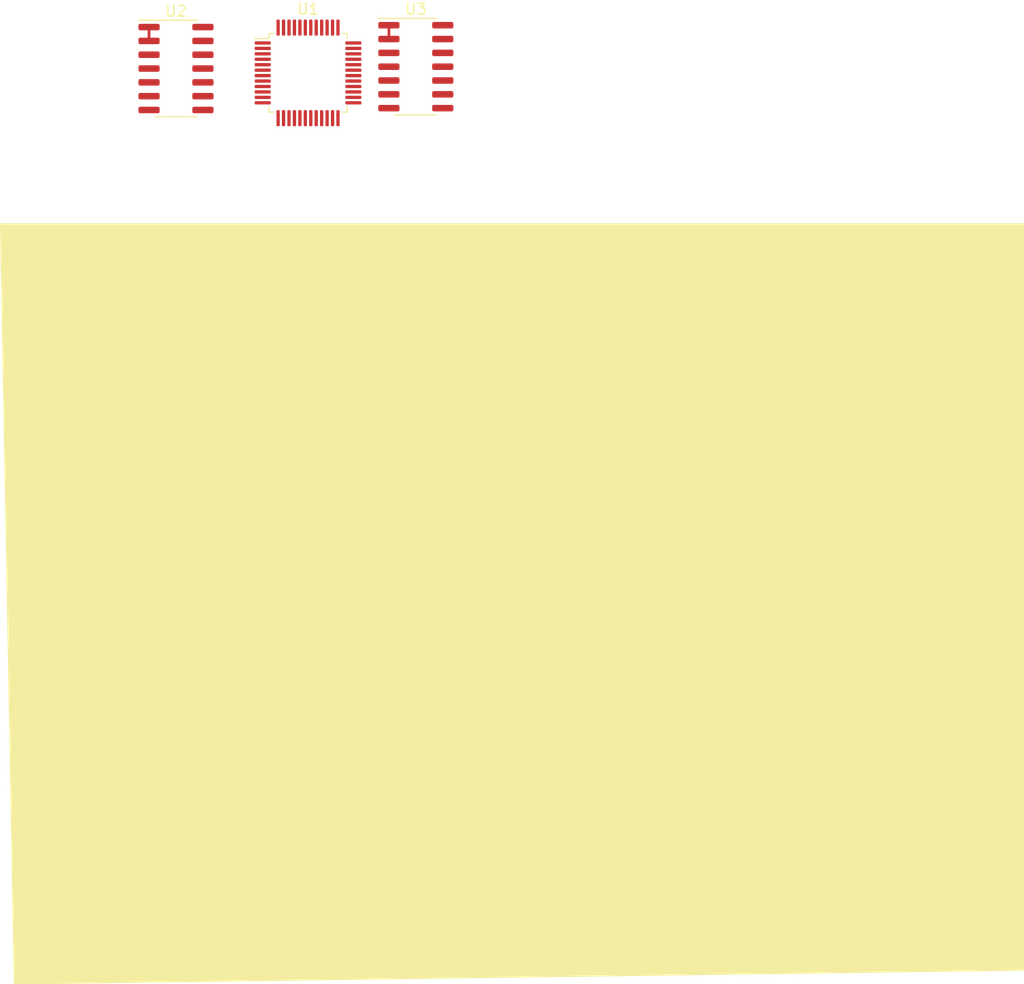
<source format=kicad_pcb>
(kicad_pcb (version 20171130) (host pcbnew "(5.1.5)-3")

  (general
    (thickness 1.6)
    (drawings 1)
    (tracks 2)
    (zones 0)
    (modules 3)
    (nets 75)
  )

  (page A4)
  (layers
    (0 F.Cu signal)
    (31 B.Cu signal)
    (32 B.Adhes user)
    (33 F.Adhes user)
    (34 B.Paste user)
    (35 F.Paste user)
    (36 B.SilkS user)
    (37 F.SilkS user)
    (38 B.Mask user)
    (39 F.Mask user)
    (40 Dwgs.User user)
    (41 Cmts.User user)
    (42 Eco1.User user)
    (43 Eco2.User user)
    (44 Edge.Cuts user)
    (45 Margin user)
    (46 B.CrtYd user)
    (47 F.CrtYd user)
    (48 B.Fab user)
    (49 F.Fab user)
  )

  (setup
    (last_trace_width 0.25)
    (trace_clearance 0.2)
    (zone_clearance 0.508)
    (zone_45_only no)
    (trace_min 0.2)
    (via_size 0.8)
    (via_drill 0.4)
    (via_min_size 0.4)
    (via_min_drill 0.3)
    (uvia_size 0.3)
    (uvia_drill 0.1)
    (uvias_allowed no)
    (uvia_min_size 0.2)
    (uvia_min_drill 0.1)
    (edge_width 0.05)
    (segment_width 0.2)
    (pcb_text_width 0.3)
    (pcb_text_size 1.5 1.5)
    (mod_edge_width 0.12)
    (mod_text_size 1 1)
    (mod_text_width 0.15)
    (pad_size 1.524 1.524)
    (pad_drill 0.762)
    (pad_to_mask_clearance 0.051)
    (solder_mask_min_width 0.25)
    (aux_axis_origin 0 0)
    (visible_elements 7FFFFFFF)
    (pcbplotparams
      (layerselection 0x010fc_ffffffff)
      (usegerberextensions false)
      (usegerberattributes false)
      (usegerberadvancedattributes false)
      (creategerberjobfile false)
      (excludeedgelayer true)
      (linewidth 0.100000)
      (plotframeref false)
      (viasonmask false)
      (mode 1)
      (useauxorigin false)
      (hpglpennumber 1)
      (hpglpenspeed 20)
      (hpglpendiameter 15.000000)
      (psnegative false)
      (psa4output false)
      (plotreference true)
      (plotvalue true)
      (plotinvisibletext false)
      (padsonsilk false)
      (subtractmaskfromsilk false)
      (outputformat 1)
      (mirror false)
      (drillshape 1)
      (scaleselection 1)
      (outputdirectory ""))
  )

  (net 0 "")
  (net 1 "Net-(U1-Pad1)")
  (net 2 "Net-(U1-Pad2)")
  (net 3 "Net-(U1-Pad3)")
  (net 4 "Net-(U1-Pad4)")
  (net 5 "Net-(U1-Pad5)")
  (net 6 "Net-(U1-Pad6)")
  (net 7 "Net-(U1-Pad7)")
  (net 8 "Net-(U1-Pad8)")
  (net 9 "Net-(U1-Pad9)")
  (net 10 "Net-(U1-Pad10)")
  (net 11 "Net-(U1-Pad11)")
  (net 12 "Net-(U1-Pad12)")
  (net 13 "Net-(U1-Pad13)")
  (net 14 "Net-(U1-Pad14)")
  (net 15 "Net-(U1-Pad15)")
  (net 16 "Net-(U1-Pad16)")
  (net 17 "Net-(U1-Pad17)")
  (net 18 "Net-(U1-Pad18)")
  (net 19 "Net-(U1-Pad19)")
  (net 20 "Net-(U1-Pad20)")
  (net 21 "Net-(U1-Pad21)")
  (net 22 "Net-(U1-Pad22)")
  (net 23 "Net-(U1-Pad23)")
  (net 24 "Net-(U1-Pad24)")
  (net 25 "Net-(U1-Pad25)")
  (net 26 "Net-(U1-Pad26)")
  (net 27 "Net-(U1-Pad27)")
  (net 28 "Net-(U1-Pad28)")
  (net 29 "Net-(U1-Pad29)")
  (net 30 "Net-(U1-Pad30)")
  (net 31 "Net-(U1-Pad31)")
  (net 32 "Net-(U1-Pad32)")
  (net 33 "Net-(U1-Pad33)")
  (net 34 "Net-(U1-Pad34)")
  (net 35 "Net-(U1-Pad35)")
  (net 36 "Net-(U1-Pad36)")
  (net 37 "Net-(U1-Pad37)")
  (net 38 "Net-(U1-Pad38)")
  (net 39 "Net-(U1-Pad39)")
  (net 40 "Net-(U1-Pad40)")
  (net 41 "Net-(U1-Pad41)")
  (net 42 "Net-(U1-Pad42)")
  (net 43 "Net-(U1-Pad43)")
  (net 44 "Net-(U1-Pad44)")
  (net 45 "Net-(U1-Pad45)")
  (net 46 "Net-(U1-Pad46)")
  (net 47 "Net-(U1-Pad47)")
  (net 48 "Net-(U1-Pad48)")
  (net 49 "Net-(U2-Pad1)")
  (net 50 "Net-(U2-Pad3)")
  (net 51 "Net-(U2-Pad4)")
  (net 52 "Net-(U2-Pad5)")
  (net 53 "Net-(U2-Pad6)")
  (net 54 "Net-(U2-Pad7)")
  (net 55 "Net-(U2-Pad8)")
  (net 56 "Net-(U2-Pad9)")
  (net 57 "Net-(U2-Pad10)")
  (net 58 "Net-(U2-Pad11)")
  (net 59 "Net-(U2-Pad12)")
  (net 60 "Net-(U2-Pad13)")
  (net 61 "Net-(U2-Pad14)")
  (net 62 "Net-(U3-Pad1)")
  (net 63 "Net-(U3-Pad3)")
  (net 64 "Net-(U3-Pad4)")
  (net 65 "Net-(U3-Pad5)")
  (net 66 "Net-(U3-Pad6)")
  (net 67 "Net-(U3-Pad7)")
  (net 68 "Net-(U3-Pad8)")
  (net 69 "Net-(U3-Pad9)")
  (net 70 "Net-(U3-Pad10)")
  (net 71 "Net-(U3-Pad11)")
  (net 72 "Net-(U3-Pad12)")
  (net 73 "Net-(U3-Pad13)")
  (net 74 "Net-(U3-Pad14)")

  (net_class Default "Это класс цепей по умолчанию."
    (clearance 0.2)
    (trace_width 0.25)
    (via_dia 0.8)
    (via_drill 0.4)
    (uvia_dia 0.3)
    (uvia_drill 0.1)
    (add_net "Net-(U1-Pad1)")
    (add_net "Net-(U1-Pad10)")
    (add_net "Net-(U1-Pad11)")
    (add_net "Net-(U1-Pad12)")
    (add_net "Net-(U1-Pad13)")
    (add_net "Net-(U1-Pad14)")
    (add_net "Net-(U1-Pad15)")
    (add_net "Net-(U1-Pad16)")
    (add_net "Net-(U1-Pad17)")
    (add_net "Net-(U1-Pad18)")
    (add_net "Net-(U1-Pad19)")
    (add_net "Net-(U1-Pad2)")
    (add_net "Net-(U1-Pad20)")
    (add_net "Net-(U1-Pad21)")
    (add_net "Net-(U1-Pad22)")
    (add_net "Net-(U1-Pad23)")
    (add_net "Net-(U1-Pad24)")
    (add_net "Net-(U1-Pad25)")
    (add_net "Net-(U1-Pad26)")
    (add_net "Net-(U1-Pad27)")
    (add_net "Net-(U1-Pad28)")
    (add_net "Net-(U1-Pad29)")
    (add_net "Net-(U1-Pad3)")
    (add_net "Net-(U1-Pad30)")
    (add_net "Net-(U1-Pad31)")
    (add_net "Net-(U1-Pad32)")
    (add_net "Net-(U1-Pad33)")
    (add_net "Net-(U1-Pad34)")
    (add_net "Net-(U1-Pad35)")
    (add_net "Net-(U1-Pad36)")
    (add_net "Net-(U1-Pad37)")
    (add_net "Net-(U1-Pad38)")
    (add_net "Net-(U1-Pad39)")
    (add_net "Net-(U1-Pad4)")
    (add_net "Net-(U1-Pad40)")
    (add_net "Net-(U1-Pad41)")
    (add_net "Net-(U1-Pad42)")
    (add_net "Net-(U1-Pad43)")
    (add_net "Net-(U1-Pad44)")
    (add_net "Net-(U1-Pad45)")
    (add_net "Net-(U1-Pad46)")
    (add_net "Net-(U1-Pad47)")
    (add_net "Net-(U1-Pad48)")
    (add_net "Net-(U1-Pad5)")
    (add_net "Net-(U1-Pad6)")
    (add_net "Net-(U1-Pad7)")
    (add_net "Net-(U1-Pad8)")
    (add_net "Net-(U1-Pad9)")
    (add_net "Net-(U2-Pad1)")
    (add_net "Net-(U2-Pad10)")
    (add_net "Net-(U2-Pad11)")
    (add_net "Net-(U2-Pad12)")
    (add_net "Net-(U2-Pad13)")
    (add_net "Net-(U2-Pad14)")
    (add_net "Net-(U2-Pad3)")
    (add_net "Net-(U2-Pad4)")
    (add_net "Net-(U2-Pad5)")
    (add_net "Net-(U2-Pad6)")
    (add_net "Net-(U2-Pad7)")
    (add_net "Net-(U2-Pad8)")
    (add_net "Net-(U2-Pad9)")
    (add_net "Net-(U3-Pad1)")
    (add_net "Net-(U3-Pad10)")
    (add_net "Net-(U3-Pad11)")
    (add_net "Net-(U3-Pad12)")
    (add_net "Net-(U3-Pad13)")
    (add_net "Net-(U3-Pad14)")
    (add_net "Net-(U3-Pad3)")
    (add_net "Net-(U3-Pad4)")
    (add_net "Net-(U3-Pad5)")
    (add_net "Net-(U3-Pad6)")
    (add_net "Net-(U3-Pad7)")
    (add_net "Net-(U3-Pad8)")
    (add_net "Net-(U3-Pad9)")
  )

  (module Package_SO:SOIC-14_3.9x8.7mm_P1.27mm (layer F.Cu) (tedit 5D9F72B1) (tstamp 5E8E1575)
    (at 118.985001 31.445001)
    (descr "SOIC, 14 Pin (JEDEC MS-012AB, https://www.analog.com/media/en/package-pcb-resources/package/pkg_pdf/soic_narrow-r/r_14.pdf), generated with kicad-footprint-generator ipc_gullwing_generator.py")
    (tags "SOIC SO")
    (path /5E8DF01D)
    (attr smd)
    (fp_text reference U2 (at 0 -5.28) (layer F.SilkS)
      (effects (font (size 1 1) (thickness 0.15)))
    )
    (fp_text value 74HC164 (at 0 5.28) (layer F.Fab)
      (effects (font (size 1 1) (thickness 0.15)))
    )
    (fp_text user %R (at 0 0) (layer F.Fab)
      (effects (font (size 0.98 0.98) (thickness 0.15)))
    )
    (fp_line (start 3.7 -4.58) (end -3.7 -4.58) (layer F.CrtYd) (width 0.05))
    (fp_line (start 3.7 4.58) (end 3.7 -4.58) (layer F.CrtYd) (width 0.05))
    (fp_line (start -3.7 4.58) (end 3.7 4.58) (layer F.CrtYd) (width 0.05))
    (fp_line (start -3.7 -4.58) (end -3.7 4.58) (layer F.CrtYd) (width 0.05))
    (fp_line (start -1.95 -3.35) (end -0.975 -4.325) (layer F.Fab) (width 0.1))
    (fp_line (start -1.95 4.325) (end -1.95 -3.35) (layer F.Fab) (width 0.1))
    (fp_line (start 1.95 4.325) (end -1.95 4.325) (layer F.Fab) (width 0.1))
    (fp_line (start 1.95 -4.325) (end 1.95 4.325) (layer F.Fab) (width 0.1))
    (fp_line (start -0.975 -4.325) (end 1.95 -4.325) (layer F.Fab) (width 0.1))
    (fp_line (start 0 -4.435) (end -3.45 -4.435) (layer F.SilkS) (width 0.12))
    (fp_line (start 0 -4.435) (end 1.95 -4.435) (layer F.SilkS) (width 0.12))
    (fp_line (start 0 4.435) (end -1.95 4.435) (layer F.SilkS) (width 0.12))
    (fp_line (start 0 4.435) (end 1.95 4.435) (layer F.SilkS) (width 0.12))
    (pad 14 smd roundrect (at 2.475 -3.81) (size 1.95 0.6) (layers F.Cu F.Paste F.Mask) (roundrect_rratio 0.25)
      (net 61 "Net-(U2-Pad14)"))
    (pad 13 smd roundrect (at 2.475 -2.54) (size 1.95 0.6) (layers F.Cu F.Paste F.Mask) (roundrect_rratio 0.25)
      (net 60 "Net-(U2-Pad13)"))
    (pad 12 smd roundrect (at 2.475 -1.27) (size 1.95 0.6) (layers F.Cu F.Paste F.Mask) (roundrect_rratio 0.25)
      (net 59 "Net-(U2-Pad12)"))
    (pad 11 smd roundrect (at 2.475 0) (size 1.95 0.6) (layers F.Cu F.Paste F.Mask) (roundrect_rratio 0.25)
      (net 58 "Net-(U2-Pad11)"))
    (pad 10 smd roundrect (at 2.475 1.27) (size 1.95 0.6) (layers F.Cu F.Paste F.Mask) (roundrect_rratio 0.25)
      (net 57 "Net-(U2-Pad10)"))
    (pad 9 smd roundrect (at 2.475 2.54) (size 1.95 0.6) (layers F.Cu F.Paste F.Mask) (roundrect_rratio 0.25)
      (net 56 "Net-(U2-Pad9)"))
    (pad 8 smd roundrect (at 2.475 3.81) (size 1.95 0.6) (layers F.Cu F.Paste F.Mask) (roundrect_rratio 0.25)
      (net 55 "Net-(U2-Pad8)"))
    (pad 7 smd roundrect (at -2.475 3.81) (size 1.95 0.6) (layers F.Cu F.Paste F.Mask) (roundrect_rratio 0.25)
      (net 54 "Net-(U2-Pad7)"))
    (pad 6 smd roundrect (at -2.475 2.54) (size 1.95 0.6) (layers F.Cu F.Paste F.Mask) (roundrect_rratio 0.25)
      (net 53 "Net-(U2-Pad6)"))
    (pad 5 smd roundrect (at -2.475 1.27) (size 1.95 0.6) (layers F.Cu F.Paste F.Mask) (roundrect_rratio 0.25)
      (net 52 "Net-(U2-Pad5)"))
    (pad 4 smd roundrect (at -2.475 0) (size 1.95 0.6) (layers F.Cu F.Paste F.Mask) (roundrect_rratio 0.25)
      (net 51 "Net-(U2-Pad4)"))
    (pad 3 smd roundrect (at -2.475 -1.27) (size 1.95 0.6) (layers F.Cu F.Paste F.Mask) (roundrect_rratio 0.25)
      (net 50 "Net-(U2-Pad3)"))
    (pad 2 smd roundrect (at -2.475 -2.54) (size 1.95 0.6) (layers F.Cu F.Paste F.Mask) (roundrect_rratio 0.25)
      (net 49 "Net-(U2-Pad1)"))
    (pad 1 smd roundrect (at -2.475 -3.81) (size 1.95 0.6) (layers F.Cu F.Paste F.Mask) (roundrect_rratio 0.25)
      (net 49 "Net-(U2-Pad1)"))
    (model ${KISYS3DMOD}/Package_SO.3dshapes/SOIC-14_3.9x8.7mm_P1.27mm.wrl
      (at (xyz 0 0 0))
      (scale (xyz 1 1 1))
      (rotate (xyz 0 0 0))
    )
  )

  (module Package_QFP:LQFP-48_7x7mm_P0.5mm (layer F.Cu) (tedit 5D9F72AF) (tstamp 5E8E1550)
    (at 131.115001 31.845001)
    (descr "LQFP, 48 Pin (https://www.analog.com/media/en/technical-documentation/data-sheets/ltc2358-16.pdf), generated with kicad-footprint-generator ipc_gullwing_generator.py")
    (tags "LQFP QFP")
    (path /5E8DE558)
    (attr smd)
    (fp_text reference U1 (at 0 -5.85) (layer F.SilkS)
      (effects (font (size 1 1) (thickness 0.15)))
    )
    (fp_text value STM32F030C8Tx (at 0 5.85) (layer F.Fab)
      (effects (font (size 1 1) (thickness 0.15)))
    )
    (fp_line (start 3.16 3.61) (end 3.61 3.61) (layer F.SilkS) (width 0.12))
    (fp_line (start 3.61 3.61) (end 3.61 3.16) (layer F.SilkS) (width 0.12))
    (fp_line (start -3.16 3.61) (end -3.61 3.61) (layer F.SilkS) (width 0.12))
    (fp_line (start -3.61 3.61) (end -3.61 3.16) (layer F.SilkS) (width 0.12))
    (fp_line (start 3.16 -3.61) (end 3.61 -3.61) (layer F.SilkS) (width 0.12))
    (fp_line (start 3.61 -3.61) (end 3.61 -3.16) (layer F.SilkS) (width 0.12))
    (fp_line (start -3.16 -3.61) (end -3.61 -3.61) (layer F.SilkS) (width 0.12))
    (fp_line (start -3.61 -3.61) (end -3.61 -3.16) (layer F.SilkS) (width 0.12))
    (fp_line (start -3.61 -3.16) (end -4.9 -3.16) (layer F.SilkS) (width 0.12))
    (fp_line (start -2.5 -3.5) (end 3.5 -3.5) (layer F.Fab) (width 0.1))
    (fp_line (start 3.5 -3.5) (end 3.5 3.5) (layer F.Fab) (width 0.1))
    (fp_line (start 3.5 3.5) (end -3.5 3.5) (layer F.Fab) (width 0.1))
    (fp_line (start -3.5 3.5) (end -3.5 -2.5) (layer F.Fab) (width 0.1))
    (fp_line (start -3.5 -2.5) (end -2.5 -3.5) (layer F.Fab) (width 0.1))
    (fp_line (start 0 -5.15) (end -3.15 -5.15) (layer F.CrtYd) (width 0.05))
    (fp_line (start -3.15 -5.15) (end -3.15 -3.75) (layer F.CrtYd) (width 0.05))
    (fp_line (start -3.15 -3.75) (end -3.75 -3.75) (layer F.CrtYd) (width 0.05))
    (fp_line (start -3.75 -3.75) (end -3.75 -3.15) (layer F.CrtYd) (width 0.05))
    (fp_line (start -3.75 -3.15) (end -5.15 -3.15) (layer F.CrtYd) (width 0.05))
    (fp_line (start -5.15 -3.15) (end -5.15 0) (layer F.CrtYd) (width 0.05))
    (fp_line (start 0 -5.15) (end 3.15 -5.15) (layer F.CrtYd) (width 0.05))
    (fp_line (start 3.15 -5.15) (end 3.15 -3.75) (layer F.CrtYd) (width 0.05))
    (fp_line (start 3.15 -3.75) (end 3.75 -3.75) (layer F.CrtYd) (width 0.05))
    (fp_line (start 3.75 -3.75) (end 3.75 -3.15) (layer F.CrtYd) (width 0.05))
    (fp_line (start 3.75 -3.15) (end 5.15 -3.15) (layer F.CrtYd) (width 0.05))
    (fp_line (start 5.15 -3.15) (end 5.15 0) (layer F.CrtYd) (width 0.05))
    (fp_line (start 0 5.15) (end -3.15 5.15) (layer F.CrtYd) (width 0.05))
    (fp_line (start -3.15 5.15) (end -3.15 3.75) (layer F.CrtYd) (width 0.05))
    (fp_line (start -3.15 3.75) (end -3.75 3.75) (layer F.CrtYd) (width 0.05))
    (fp_line (start -3.75 3.75) (end -3.75 3.15) (layer F.CrtYd) (width 0.05))
    (fp_line (start -3.75 3.15) (end -5.15 3.15) (layer F.CrtYd) (width 0.05))
    (fp_line (start -5.15 3.15) (end -5.15 0) (layer F.CrtYd) (width 0.05))
    (fp_line (start 0 5.15) (end 3.15 5.15) (layer F.CrtYd) (width 0.05))
    (fp_line (start 3.15 5.15) (end 3.15 3.75) (layer F.CrtYd) (width 0.05))
    (fp_line (start 3.15 3.75) (end 3.75 3.75) (layer F.CrtYd) (width 0.05))
    (fp_line (start 3.75 3.75) (end 3.75 3.15) (layer F.CrtYd) (width 0.05))
    (fp_line (start 3.75 3.15) (end 5.15 3.15) (layer F.CrtYd) (width 0.05))
    (fp_line (start 5.15 3.15) (end 5.15 0) (layer F.CrtYd) (width 0.05))
    (fp_text user %R (at 0 0) (layer F.Fab)
      (effects (font (size 1 1) (thickness 0.15)))
    )
    (pad 1 smd roundrect (at -4.1625 -2.75) (size 1.475 0.3) (layers F.Cu F.Paste F.Mask) (roundrect_rratio 0.25)
      (net 1 "Net-(U1-Pad1)"))
    (pad 2 smd roundrect (at -4.1625 -2.25) (size 1.475 0.3) (layers F.Cu F.Paste F.Mask) (roundrect_rratio 0.25)
      (net 2 "Net-(U1-Pad2)"))
    (pad 3 smd roundrect (at -4.1625 -1.75) (size 1.475 0.3) (layers F.Cu F.Paste F.Mask) (roundrect_rratio 0.25)
      (net 3 "Net-(U1-Pad3)"))
    (pad 4 smd roundrect (at -4.1625 -1.25) (size 1.475 0.3) (layers F.Cu F.Paste F.Mask) (roundrect_rratio 0.25)
      (net 4 "Net-(U1-Pad4)"))
    (pad 5 smd roundrect (at -4.1625 -0.75) (size 1.475 0.3) (layers F.Cu F.Paste F.Mask) (roundrect_rratio 0.25)
      (net 5 "Net-(U1-Pad5)"))
    (pad 6 smd roundrect (at -4.1625 -0.25) (size 1.475 0.3) (layers F.Cu F.Paste F.Mask) (roundrect_rratio 0.25)
      (net 6 "Net-(U1-Pad6)"))
    (pad 7 smd roundrect (at -4.1625 0.25) (size 1.475 0.3) (layers F.Cu F.Paste F.Mask) (roundrect_rratio 0.25)
      (net 7 "Net-(U1-Pad7)"))
    (pad 8 smd roundrect (at -4.1625 0.75) (size 1.475 0.3) (layers F.Cu F.Paste F.Mask) (roundrect_rratio 0.25)
      (net 8 "Net-(U1-Pad8)"))
    (pad 9 smd roundrect (at -4.1625 1.25) (size 1.475 0.3) (layers F.Cu F.Paste F.Mask) (roundrect_rratio 0.25)
      (net 9 "Net-(U1-Pad9)"))
    (pad 10 smd roundrect (at -4.1625 1.75) (size 1.475 0.3) (layers F.Cu F.Paste F.Mask) (roundrect_rratio 0.25)
      (net 10 "Net-(U1-Pad10)"))
    (pad 11 smd roundrect (at -4.1625 2.25) (size 1.475 0.3) (layers F.Cu F.Paste F.Mask) (roundrect_rratio 0.25)
      (net 11 "Net-(U1-Pad11)"))
    (pad 12 smd roundrect (at -4.1625 2.75) (size 1.475 0.3) (layers F.Cu F.Paste F.Mask) (roundrect_rratio 0.25)
      (net 12 "Net-(U1-Pad12)"))
    (pad 13 smd roundrect (at -2.75 4.1625) (size 0.3 1.475) (layers F.Cu F.Paste F.Mask) (roundrect_rratio 0.25)
      (net 13 "Net-(U1-Pad13)"))
    (pad 14 smd roundrect (at -2.25 4.1625) (size 0.3 1.475) (layers F.Cu F.Paste F.Mask) (roundrect_rratio 0.25)
      (net 14 "Net-(U1-Pad14)"))
    (pad 15 smd roundrect (at -1.75 4.1625) (size 0.3 1.475) (layers F.Cu F.Paste F.Mask) (roundrect_rratio 0.25)
      (net 15 "Net-(U1-Pad15)"))
    (pad 16 smd roundrect (at -1.25 4.1625) (size 0.3 1.475) (layers F.Cu F.Paste F.Mask) (roundrect_rratio 0.25)
      (net 16 "Net-(U1-Pad16)"))
    (pad 17 smd roundrect (at -0.75 4.1625) (size 0.3 1.475) (layers F.Cu F.Paste F.Mask) (roundrect_rratio 0.25)
      (net 17 "Net-(U1-Pad17)"))
    (pad 18 smd roundrect (at -0.25 4.1625) (size 0.3 1.475) (layers F.Cu F.Paste F.Mask) (roundrect_rratio 0.25)
      (net 18 "Net-(U1-Pad18)"))
    (pad 19 smd roundrect (at 0.25 4.1625) (size 0.3 1.475) (layers F.Cu F.Paste F.Mask) (roundrect_rratio 0.25)
      (net 19 "Net-(U1-Pad19)"))
    (pad 20 smd roundrect (at 0.75 4.1625) (size 0.3 1.475) (layers F.Cu F.Paste F.Mask) (roundrect_rratio 0.25)
      (net 20 "Net-(U1-Pad20)"))
    (pad 21 smd roundrect (at 1.25 4.1625) (size 0.3 1.475) (layers F.Cu F.Paste F.Mask) (roundrect_rratio 0.25)
      (net 21 "Net-(U1-Pad21)"))
    (pad 22 smd roundrect (at 1.75 4.1625) (size 0.3 1.475) (layers F.Cu F.Paste F.Mask) (roundrect_rratio 0.25)
      (net 22 "Net-(U1-Pad22)"))
    (pad 23 smd roundrect (at 2.25 4.1625) (size 0.3 1.475) (layers F.Cu F.Paste F.Mask) (roundrect_rratio 0.25)
      (net 23 "Net-(U1-Pad23)"))
    (pad 24 smd roundrect (at 2.75 4.1625) (size 0.3 1.475) (layers F.Cu F.Paste F.Mask) (roundrect_rratio 0.25)
      (net 24 "Net-(U1-Pad24)"))
    (pad 25 smd roundrect (at 4.1625 2.75) (size 1.475 0.3) (layers F.Cu F.Paste F.Mask) (roundrect_rratio 0.25)
      (net 25 "Net-(U1-Pad25)"))
    (pad 26 smd roundrect (at 4.1625 2.25) (size 1.475 0.3) (layers F.Cu F.Paste F.Mask) (roundrect_rratio 0.25)
      (net 26 "Net-(U1-Pad26)"))
    (pad 27 smd roundrect (at 4.1625 1.75) (size 1.475 0.3) (layers F.Cu F.Paste F.Mask) (roundrect_rratio 0.25)
      (net 27 "Net-(U1-Pad27)"))
    (pad 28 smd roundrect (at 4.1625 1.25) (size 1.475 0.3) (layers F.Cu F.Paste F.Mask) (roundrect_rratio 0.25)
      (net 28 "Net-(U1-Pad28)"))
    (pad 29 smd roundrect (at 4.1625 0.75) (size 1.475 0.3) (layers F.Cu F.Paste F.Mask) (roundrect_rratio 0.25)
      (net 29 "Net-(U1-Pad29)"))
    (pad 30 smd roundrect (at 4.1625 0.25) (size 1.475 0.3) (layers F.Cu F.Paste F.Mask) (roundrect_rratio 0.25)
      (net 30 "Net-(U1-Pad30)"))
    (pad 31 smd roundrect (at 4.1625 -0.25) (size 1.475 0.3) (layers F.Cu F.Paste F.Mask) (roundrect_rratio 0.25)
      (net 31 "Net-(U1-Pad31)"))
    (pad 32 smd roundrect (at 4.1625 -0.75) (size 1.475 0.3) (layers F.Cu F.Paste F.Mask) (roundrect_rratio 0.25)
      (net 32 "Net-(U1-Pad32)"))
    (pad 33 smd roundrect (at 4.1625 -1.25) (size 1.475 0.3) (layers F.Cu F.Paste F.Mask) (roundrect_rratio 0.25)
      (net 33 "Net-(U1-Pad33)"))
    (pad 34 smd roundrect (at 4.1625 -1.75) (size 1.475 0.3) (layers F.Cu F.Paste F.Mask) (roundrect_rratio 0.25)
      (net 34 "Net-(U1-Pad34)"))
    (pad 35 smd roundrect (at 4.1625 -2.25) (size 1.475 0.3) (layers F.Cu F.Paste F.Mask) (roundrect_rratio 0.25)
      (net 35 "Net-(U1-Pad35)"))
    (pad 36 smd roundrect (at 4.1625 -2.75) (size 1.475 0.3) (layers F.Cu F.Paste F.Mask) (roundrect_rratio 0.25)
      (net 36 "Net-(U1-Pad36)"))
    (pad 37 smd roundrect (at 2.75 -4.1625) (size 0.3 1.475) (layers F.Cu F.Paste F.Mask) (roundrect_rratio 0.25)
      (net 37 "Net-(U1-Pad37)"))
    (pad 38 smd roundrect (at 2.25 -4.1625) (size 0.3 1.475) (layers F.Cu F.Paste F.Mask) (roundrect_rratio 0.25)
      (net 38 "Net-(U1-Pad38)"))
    (pad 39 smd roundrect (at 1.75 -4.1625) (size 0.3 1.475) (layers F.Cu F.Paste F.Mask) (roundrect_rratio 0.25)
      (net 39 "Net-(U1-Pad39)"))
    (pad 40 smd roundrect (at 1.25 -4.1625) (size 0.3 1.475) (layers F.Cu F.Paste F.Mask) (roundrect_rratio 0.25)
      (net 40 "Net-(U1-Pad40)"))
    (pad 41 smd roundrect (at 0.75 -4.1625) (size 0.3 1.475) (layers F.Cu F.Paste F.Mask) (roundrect_rratio 0.25)
      (net 41 "Net-(U1-Pad41)"))
    (pad 42 smd roundrect (at 0.25 -4.1625) (size 0.3 1.475) (layers F.Cu F.Paste F.Mask) (roundrect_rratio 0.25)
      (net 42 "Net-(U1-Pad42)"))
    (pad 43 smd roundrect (at -0.25 -4.1625) (size 0.3 1.475) (layers F.Cu F.Paste F.Mask) (roundrect_rratio 0.25)
      (net 43 "Net-(U1-Pad43)"))
    (pad 44 smd roundrect (at -0.75 -4.1625) (size 0.3 1.475) (layers F.Cu F.Paste F.Mask) (roundrect_rratio 0.25)
      (net 44 "Net-(U1-Pad44)"))
    (pad 45 smd roundrect (at -1.25 -4.1625) (size 0.3 1.475) (layers F.Cu F.Paste F.Mask) (roundrect_rratio 0.25)
      (net 45 "Net-(U1-Pad45)"))
    (pad 46 smd roundrect (at -1.75 -4.1625) (size 0.3 1.475) (layers F.Cu F.Paste F.Mask) (roundrect_rratio 0.25)
      (net 46 "Net-(U1-Pad46)"))
    (pad 47 smd roundrect (at -2.25 -4.1625) (size 0.3 1.475) (layers F.Cu F.Paste F.Mask) (roundrect_rratio 0.25)
      (net 47 "Net-(U1-Pad47)"))
    (pad 48 smd roundrect (at -2.75 -4.1625) (size 0.3 1.475) (layers F.Cu F.Paste F.Mask) (roundrect_rratio 0.25)
      (net 48 "Net-(U1-Pad48)"))
    (model ${KISYS3DMOD}/Package_QFP.3dshapes/LQFP-48_7x7mm_P0.5mm.wrl
      (at (xyz 0 0 0))
      (scale (xyz 1 1 1))
      (rotate (xyz 0 0 0))
    )
  )

  (module Package_SO:SOIC-14_3.9x8.7mm_P1.27mm (layer F.Cu) (tedit 5D9F72B1) (tstamp 5E8E1595)
    (at 141.015001 31.275001)
    (descr "SOIC, 14 Pin (JEDEC MS-012AB, https://www.analog.com/media/en/package-pcb-resources/package/pkg_pdf/soic_narrow-r/r_14.pdf), generated with kicad-footprint-generator ipc_gullwing_generator.py")
    (tags "SOIC SO")
    (path /5E8DF96B)
    (attr smd)
    (fp_text reference U3 (at 0 -5.28) (layer F.SilkS)
      (effects (font (size 1 1) (thickness 0.15)))
    )
    (fp_text value 74HC164 (at 0 5.28) (layer F.Fab)
      (effects (font (size 1 1) (thickness 0.15)))
    )
    (fp_line (start 0 4.435) (end 1.95 4.435) (layer F.SilkS) (width 0.12))
    (fp_line (start 0 4.435) (end -1.95 4.435) (layer F.SilkS) (width 0.12))
    (fp_line (start 0 -4.435) (end 1.95 -4.435) (layer F.SilkS) (width 0.12))
    (fp_line (start 0 -4.435) (end -3.45 -4.435) (layer F.SilkS) (width 0.12))
    (fp_line (start -0.975 -4.325) (end 1.95 -4.325) (layer F.Fab) (width 0.1))
    (fp_line (start 1.95 -4.325) (end 1.95 4.325) (layer F.Fab) (width 0.1))
    (fp_line (start 1.95 4.325) (end -1.95 4.325) (layer F.Fab) (width 0.1))
    (fp_line (start -1.95 4.325) (end -1.95 -3.35) (layer F.Fab) (width 0.1))
    (fp_line (start -1.95 -3.35) (end -0.975 -4.325) (layer F.Fab) (width 0.1))
    (fp_line (start -3.7 -4.58) (end -3.7 4.58) (layer F.CrtYd) (width 0.05))
    (fp_line (start -3.7 4.58) (end 3.7 4.58) (layer F.CrtYd) (width 0.05))
    (fp_line (start 3.7 4.58) (end 3.7 -4.58) (layer F.CrtYd) (width 0.05))
    (fp_line (start 3.7 -4.58) (end -3.7 -4.58) (layer F.CrtYd) (width 0.05))
    (fp_text user %R (at 0 0) (layer F.Fab)
      (effects (font (size 0.98 0.98) (thickness 0.15)))
    )
    (pad 1 smd roundrect (at -2.475 -3.81) (size 1.95 0.6) (layers F.Cu F.Paste F.Mask) (roundrect_rratio 0.25)
      (net 62 "Net-(U3-Pad1)"))
    (pad 2 smd roundrect (at -2.475 -2.54) (size 1.95 0.6) (layers F.Cu F.Paste F.Mask) (roundrect_rratio 0.25)
      (net 62 "Net-(U3-Pad1)"))
    (pad 3 smd roundrect (at -2.475 -1.27) (size 1.95 0.6) (layers F.Cu F.Paste F.Mask) (roundrect_rratio 0.25)
      (net 63 "Net-(U3-Pad3)"))
    (pad 4 smd roundrect (at -2.475 0) (size 1.95 0.6) (layers F.Cu F.Paste F.Mask) (roundrect_rratio 0.25)
      (net 64 "Net-(U3-Pad4)"))
    (pad 5 smd roundrect (at -2.475 1.27) (size 1.95 0.6) (layers F.Cu F.Paste F.Mask) (roundrect_rratio 0.25)
      (net 65 "Net-(U3-Pad5)"))
    (pad 6 smd roundrect (at -2.475 2.54) (size 1.95 0.6) (layers F.Cu F.Paste F.Mask) (roundrect_rratio 0.25)
      (net 66 "Net-(U3-Pad6)"))
    (pad 7 smd roundrect (at -2.475 3.81) (size 1.95 0.6) (layers F.Cu F.Paste F.Mask) (roundrect_rratio 0.25)
      (net 67 "Net-(U3-Pad7)"))
    (pad 8 smd roundrect (at 2.475 3.81) (size 1.95 0.6) (layers F.Cu F.Paste F.Mask) (roundrect_rratio 0.25)
      (net 68 "Net-(U3-Pad8)"))
    (pad 9 smd roundrect (at 2.475 2.54) (size 1.95 0.6) (layers F.Cu F.Paste F.Mask) (roundrect_rratio 0.25)
      (net 69 "Net-(U3-Pad9)"))
    (pad 10 smd roundrect (at 2.475 1.27) (size 1.95 0.6) (layers F.Cu F.Paste F.Mask) (roundrect_rratio 0.25)
      (net 70 "Net-(U3-Pad10)"))
    (pad 11 smd roundrect (at 2.475 0) (size 1.95 0.6) (layers F.Cu F.Paste F.Mask) (roundrect_rratio 0.25)
      (net 71 "Net-(U3-Pad11)"))
    (pad 12 smd roundrect (at 2.475 -1.27) (size 1.95 0.6) (layers F.Cu F.Paste F.Mask) (roundrect_rratio 0.25)
      (net 72 "Net-(U3-Pad12)"))
    (pad 13 smd roundrect (at 2.475 -2.54) (size 1.95 0.6) (layers F.Cu F.Paste F.Mask) (roundrect_rratio 0.25)
      (net 73 "Net-(U3-Pad13)"))
    (pad 14 smd roundrect (at 2.475 -3.81) (size 1.95 0.6) (layers F.Cu F.Paste F.Mask) (roundrect_rratio 0.25)
      (net 74 "Net-(U3-Pad14)"))
    (model ${KISYS3DMOD}/Package_SO.3dshapes/SOIC-14_3.9x8.7mm_P1.27mm.wrl
      (at (xyz 0 0 0))
      (scale (xyz 1 1 1))
      (rotate (xyz 0 0 0))
    )
  )

  (gr_poly (pts (xy 196.85 114.3) (xy 104.14 115.57) (xy 102.87 45.72) (xy 196.85 45.72)) (layer F.SilkS) (width 0.1))

  (segment (start 116.510001 27.635001) (end 116.510001 28.905001) (width 0.25) (layer F.Cu) (net 49))
  (segment (start 138.540001 27.465001) (end 138.540001 28.735001) (width 0.25) (layer F.Cu) (net 62))

)

</source>
